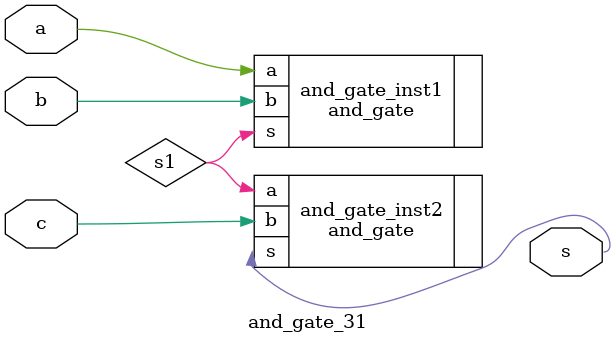
<source format=v>
module and_gate_31 (
    input a,
    input b,
    input c,
    output s
);
    wire s1;

    and_gate and_gate_inst1(
        .a(a),
        .b(b),
        .s(s1)
    );

    and_gate and_gate_inst2(
        .a(s1),
        .b(c),
        .s(s)
    );
endmodule
</source>
